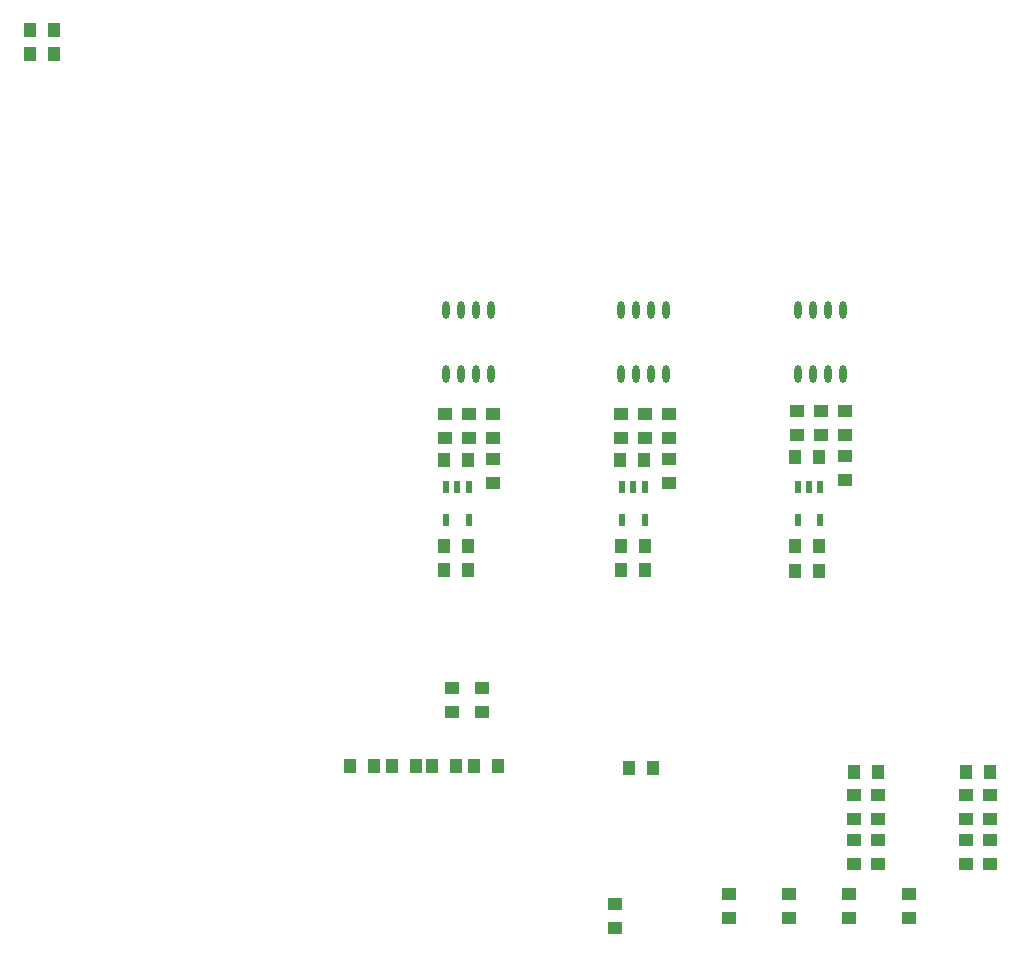
<source format=gtp>
G04 Layer_Color=8421504*
%FSLAX25Y25*%
%MOIN*%
G70*
G01*
G75*
%ADD10R,0.04000X0.05000*%
%ADD11O,0.02362X0.05906*%
%ADD12R,0.02362X0.03937*%
%ADD13R,0.05000X0.04000*%
D10*
X-128000Y85500D02*
D03*
X-136000D02*
D03*
X-335500Y331500D02*
D03*
X-327500D02*
D03*
X-335500Y323500D02*
D03*
X-327500D02*
D03*
X-72500Y151000D02*
D03*
X-80500D02*
D03*
X-72500Y189000D02*
D03*
X-80500D02*
D03*
X-130500Y151500D02*
D03*
X-138500D02*
D03*
X-131000Y188000D02*
D03*
X-139000D02*
D03*
X-189500Y151500D02*
D03*
X-197500D02*
D03*
X-189657Y188000D02*
D03*
X-197658D02*
D03*
X-80500Y159500D02*
D03*
X-72500D02*
D03*
X-138500D02*
D03*
X-130500D02*
D03*
X-197500D02*
D03*
X-189500D02*
D03*
X-193500Y86000D02*
D03*
X-201500D02*
D03*
X-179500D02*
D03*
X-187500D02*
D03*
X-215000D02*
D03*
X-207000D02*
D03*
X-229000D02*
D03*
X-221000D02*
D03*
X-23500Y84000D02*
D03*
X-15500D02*
D03*
X-61000D02*
D03*
X-53000D02*
D03*
D11*
X-79500Y216870D02*
D03*
X-74500D02*
D03*
X-69500D02*
D03*
X-64500D02*
D03*
X-79500Y238130D02*
D03*
X-74500D02*
D03*
X-69500D02*
D03*
X-64500D02*
D03*
X-138500Y216870D02*
D03*
X-133500D02*
D03*
X-128500D02*
D03*
X-123500D02*
D03*
X-138500Y238130D02*
D03*
X-133500D02*
D03*
X-128500D02*
D03*
X-123500D02*
D03*
X-197000Y216870D02*
D03*
X-192000D02*
D03*
X-187000D02*
D03*
X-182000D02*
D03*
X-197000Y238130D02*
D03*
X-192000D02*
D03*
X-187000D02*
D03*
X-182000D02*
D03*
D12*
X-72260Y178913D02*
D03*
X-76000D02*
D03*
X-79740D02*
D03*
Y168087D02*
D03*
X-72260D02*
D03*
X-130760Y178913D02*
D03*
X-134500D02*
D03*
X-138240D02*
D03*
Y168087D02*
D03*
X-130760D02*
D03*
X-189417Y178913D02*
D03*
X-193157D02*
D03*
X-196898D02*
D03*
Y168087D02*
D03*
X-189417D02*
D03*
D13*
X-72000Y204500D02*
D03*
Y196500D02*
D03*
X-64000Y181500D02*
D03*
Y189500D02*
D03*
X-130500Y203500D02*
D03*
Y195500D02*
D03*
X-122500Y180500D02*
D03*
Y188500D02*
D03*
X-189157Y203500D02*
D03*
Y195500D02*
D03*
X-181158Y180500D02*
D03*
Y188500D02*
D03*
X-80000Y204500D02*
D03*
Y196500D02*
D03*
X-64000Y204500D02*
D03*
Y196500D02*
D03*
X-138500Y203500D02*
D03*
Y195500D02*
D03*
X-122500Y203500D02*
D03*
Y195500D02*
D03*
X-197158Y203500D02*
D03*
Y195500D02*
D03*
X-181158Y203500D02*
D03*
Y195500D02*
D03*
X-15500Y53500D02*
D03*
Y61500D02*
D03*
X-23500Y76500D02*
D03*
Y68500D02*
D03*
X-53000Y53500D02*
D03*
Y61500D02*
D03*
X-61000Y76500D02*
D03*
Y68500D02*
D03*
X-23500Y61500D02*
D03*
Y53500D02*
D03*
X-15500Y76500D02*
D03*
Y68500D02*
D03*
X-61000Y61500D02*
D03*
Y53500D02*
D03*
X-53000Y76500D02*
D03*
Y68500D02*
D03*
X-42500Y43500D02*
D03*
Y35500D02*
D03*
X-185000Y112000D02*
D03*
Y104000D02*
D03*
X-195000Y112000D02*
D03*
Y104000D02*
D03*
X-62500Y43500D02*
D03*
Y35500D02*
D03*
X-82500Y43500D02*
D03*
Y35500D02*
D03*
X-102500Y43500D02*
D03*
Y35500D02*
D03*
X-140500Y32000D02*
D03*
Y40000D02*
D03*
M02*

</source>
